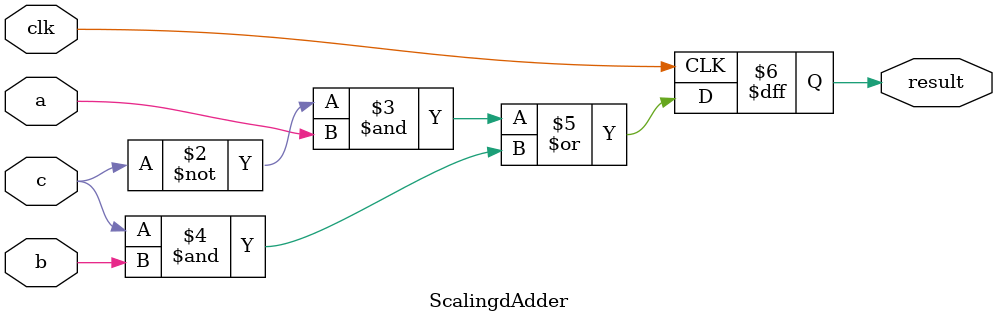
<source format=sv>
/****************************************************************************
 * ScalingAdder.sv
 ****************************************************************************/

/**
 * Module: ScalingAdder
 * 
 * TODO: Add module documentation
 */
module ScalingdAdder(input logic a,
					 input logic b,
					 input logic c,// généré par le SNG
					 input logic clk,
					 output logic result);
	
	always @(posedge clk)
		result <= (~c & a) | (c & b);
	
endmodule
</source>
